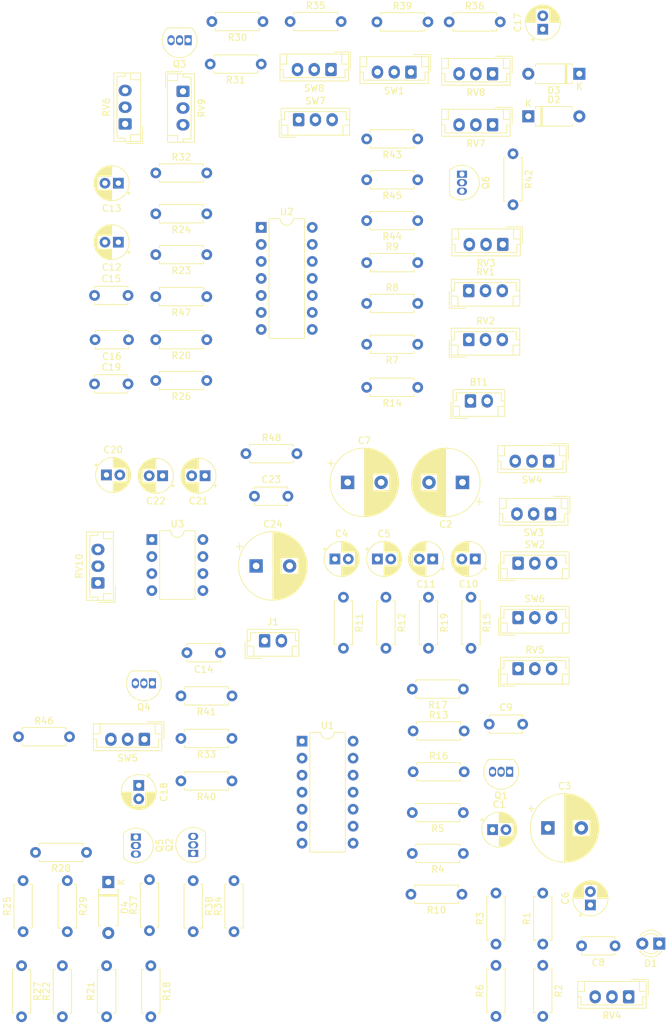
<source format=kicad_pcb>
(kicad_pcb (version 20171130) (host pcbnew "(5.1.10)-1")
  (layers (0 F.Cu signal) (31 B.Cu signal) (34 B.Paste user) (35 F.Paste user) (36 B.SilkS user) (37 F.SilkS user) (38 B.Mask user) (39 F.Mask user) (44 Edge.Cuts user))
  (net 0 "")
  (net 1 BN)
  (net 2 "Net-(BT1-Pad1)")
  (net 3 "Net-(C1-Pad1)")
  (net 4 BP)
  (net 5 "Net-(C3-Pad1)")
  (net 6 VG)
  (net 7 "Net-(C6-Pad1)")
  (net 8 "Net-(C8-Pad2)")
  (net 9 "Net-(C8-Pad1)")
  (net 10 "Net-(C9-Pad1)")
  (net 11 "Net-(C9-Pad2)")
  (net 12 "Net-(C12-Pad2)")
  (net 13 "Net-(C12-Pad1)")
  (net 14 "Net-(C13-Pad1)")
  (net 15 "Net-(C13-Pad2)")
  (net 16 "Net-(C14-Pad1)")
  (net 17 RMP)
  (net 18 "Net-(C15-Pad2)")
  (net 19 "Net-(C15-Pad1)")
  (net 20 A)
  (net 21 "Net-(C16-Pad2)")
  (net 22 "Net-(C17-Pad1)")
  (net 23 "Net-(C18-Pad1)")
  (net 24 "Net-(C19-Pad1)")
  (net 25 "Net-(C21-Pad1)")
  (net 26 "Net-(C22-Pad1)")
  (net 27 "Net-(C22-Pad2)")
  (net 28 "Net-(C23-Pad2)")
  (net 29 "Net-(C23-Pad1)")
  (net 30 "Net-(C24-Pad2)")
  (net 31 "Net-(D1-Pad2)")
  (net 32 "Net-(D2-Pad1)")
  (net 33 "Net-(D2-Pad2)")
  (net 34 "Net-(D3-Pad2)")
  (net 35 "Net-(D4-Pad1)")
  (net 36 "Net-(D4-Pad2)")
  (net 37 "Net-(Q1-Pad1)")
  (net 38 "Net-(Q1-Pad2)")
  (net 39 "Net-(Q3-Pad2)")
  (net 40 "Net-(Q3-Pad1)")
  (net 41 "Net-(Q4-Pad3)")
  (net 42 "Net-(Q5-Pad3)")
  (net 43 AREG)
  (net 44 "Net-(Q6-Pad3)")
  (net 45 "Net-(R1-Pad1)")
  (net 46 "Net-(R4-Pad1)")
  (net 47 "Net-(R7-Pad1)")
  (net 48 "Net-(R14-Pad2)")
  (net 49 "Net-(R8-Pad2)")
  (net 50 "Net-(R9-Pad2)")
  (net 51 "Net-(R18-Pad1)")
  (net 52 "Net-(R21-Pad2)")
  (net 53 "Net-(R21-Pad1)")
  (net 54 "Net-(R30-Pad2)")
  (net 55 "Net-(R33-Pad1)")
  (net 56 "Net-(R34-Pad1)")
  (net 57 "Net-(R36-Pad2)")
  (net 58 "Net-(R40-Pad1)")
  (net 59 "Net-(R43-Pad1)")
  (net 60 "Net-(R43-Pad2)")
  (net 61 SQR)
  (net 62 "Net-(R47-Pad1)")
  (net 63 LFO)
  (net 64 "Net-(RV3-Pad1)")
  (net 65 "Net-(RV5-Pad1)")
  (net 66 "Net-(RV10-Pad2)")
  (module Connector_JST:JST_EH_B3B-EH-A_1x03_P2.50mm_Vertical (layer F.Cu) (at 766.826 272.8468 180)
    (fp_text reference SW1 (at 2.5 -2.8) (layer F.SilkS))
    (fp_text value SW_SPST)
    (pad 1 thru_hole roundrect (at 0 0 180) (size 1.7 1.95) (drill 0.95) (layers *.Cu *.Mask) (roundrect_rratio 0.147059) (net 2 "Net-(BT1-Pad1)"))
    (pad 2 thru_hole oval (at 2.5 0 180) (size 1.7 1.95) (drill 0.95) (layers *.Cu *.Mask) (net 4 BP))
    (pad 3 thru_hole oval (at 5 0 180) (size 1.7 1.95) (drill 0.95) (layers *.Cu *.Mask))
  )
  (module Package_DIP:DIP-14_W7.62mm (layer F.Cu) (at 744.474 296.037)
    (fp_text reference U2 (at 3.81 -2.33) (layer F.SilkS))
    (fp_text value LM324)
    (pad 1 thru_hole rect (at 0 0) (size 1.6 1.6) (drill 0.8) (layers *.Cu *.Mask) (net 20 A))
    (pad 8 thru_hole oval (at 7.62 15.24) (size 1.6 1.6) (drill 0.8) (layers *.Cu *.Mask) (net 38 "Net-(Q1-Pad2)"))
    (pad 2 thru_hole oval (at 0 2.54) (size 1.6 1.6) (drill 0.8) (layers *.Cu *.Mask) (net 18 "Net-(C15-Pad2)"))
    (pad 9 thru_hole oval (at 7.62 12.7) (size 1.6 1.6) (drill 0.8) (layers *.Cu *.Mask) (net 48 "Net-(R14-Pad2)"))
    (pad 3 thru_hole oval (at 0 5.08) (size 1.6 1.6) (drill 0.8) (layers *.Cu *.Mask) (net 6 VG))
    (pad 10 thru_hole oval (at 7.62 10.16) (size 1.6 1.6) (drill 0.8) (layers *.Cu *.Mask) (net 6 VG))
    (pad 4 thru_hole oval (at 0 7.62) (size 1.6 1.6) (drill 0.8) (layers *.Cu *.Mask) (net 4 BP))
    (pad 11 thru_hole oval (at 7.62 7.62) (size 1.6 1.6) (drill 0.8) (layers *.Cu *.Mask) (net 1 BN))
    (pad 5 thru_hole oval (at 0 10.16) (size 1.6 1.6) (drill 0.8) (layers *.Cu *.Mask) (net 58 "Net-(R40-Pad1)"))
    (pad 12 thru_hole oval (at 7.62 5.08) (size 1.6 1.6) (drill 0.8) (layers *.Cu *.Mask) (net 59 "Net-(R43-Pad1)"))
    (pad 6 thru_hole oval (at 0 12.7) (size 1.6 1.6) (drill 0.8) (layers *.Cu *.Mask) (net 23 "Net-(C18-Pad1)"))
    (pad 13 thru_hole oval (at 7.62 2.54) (size 1.6 1.6) (drill 0.8) (layers *.Cu *.Mask) (net 43 AREG))
    (pad 7 thru_hole oval (at 0 15.24) (size 1.6 1.6) (drill 0.8) (layers *.Cu *.Mask) (net 62 "Net-(R47-Pad1)"))
    (pad 14 thru_hole oval (at 7.62 0) (size 1.6 1.6) (drill 0.8) (layers *.Cu *.Mask) (net 60 "Net-(R43-Pad2)"))
  )
  (module Package_DIP:DIP-14_W7.62mm (layer F.Cu) (at 750.57 372.745)
    (fp_text reference U1 (at 3.81 -2.33) (layer F.SilkS))
    (fp_text value LM324)
    (pad 14 thru_hole oval (at 7.62 0) (size 1.6 1.6) (drill 0.8) (layers *.Cu *.Mask) (net 11 "Net-(C9-Pad2)"))
    (pad 7 thru_hole oval (at 0 15.24) (size 1.6 1.6) (drill 0.8) (layers *.Cu *.Mask) (net 36 "Net-(D4-Pad2)"))
    (pad 13 thru_hole oval (at 7.62 2.54) (size 1.6 1.6) (drill 0.8) (layers *.Cu *.Mask) (net 10 "Net-(C9-Pad1)"))
    (pad 6 thru_hole oval (at 0 12.7) (size 1.6 1.6) (drill 0.8) (layers *.Cu *.Mask) (net 56 "Net-(R34-Pad1)"))
    (pad 12 thru_hole oval (at 7.62 5.08) (size 1.6 1.6) (drill 0.8) (layers *.Cu *.Mask) (net 6 VG))
    (pad 5 thru_hole oval (at 0 10.16) (size 1.6 1.6) (drill 0.8) (layers *.Cu *.Mask) (net 55 "Net-(R33-Pad1)"))
    (pad 11 thru_hole oval (at 7.62 7.62) (size 1.6 1.6) (drill 0.8) (layers *.Cu *.Mask) (net 1 BN))
    (pad 4 thru_hole oval (at 0 7.62) (size 1.6 1.6) (drill 0.8) (layers *.Cu *.Mask) (net 4 BP))
    (pad 10 thru_hole oval (at 7.62 10.16) (size 1.6 1.6) (drill 0.8) (layers *.Cu *.Mask) (net 45 "Net-(R1-Pad1)"))
    (pad 3 thru_hole oval (at 0 5.08) (size 1.6 1.6) (drill 0.8) (layers *.Cu *.Mask) (net 6 VG))
    (pad 9 thru_hole oval (at 7.62 12.7) (size 1.6 1.6) (drill 0.8) (layers *.Cu *.Mask) (net 3 "Net-(C1-Pad1)"))
    (pad 2 thru_hole oval (at 0 2.54) (size 1.6 1.6) (drill 0.8) (layers *.Cu *.Mask) (net 16 "Net-(C14-Pad1)"))
    (pad 8 thru_hole oval (at 7.62 15.24) (size 1.6 1.6) (drill 0.8) (layers *.Cu *.Mask) (net 8 "Net-(C8-Pad2)"))
    (pad 1 thru_hole rect (at 0 0) (size 1.6 1.6) (drill 0.8) (layers *.Cu *.Mask) (net 17 RMP))
  )
  (module Connector_JST:JST_EH_B2B-EH-A_1x02_P2.50mm_Vertical (layer F.Cu) (at 775.716 321.945)
    (fp_text reference BT1 (at 1.25 -2.8) (layer F.SilkS))
    (fp_text value 9V)
    (pad 2 thru_hole oval (at 2.5 0) (size 1.7 2) (drill 1) (layers *.Cu *.Mask) (net 1 BN))
    (pad 1 thru_hole roundrect (at 0 0) (size 1.7 2) (drill 1) (layers *.Cu *.Mask) (roundrect_rratio 0.147059) (net 2 "Net-(BT1-Pad1)"))
  )
  (module Capacitor_THT:CP_Radial_D5.0mm_P2.00mm (layer F.Cu) (at 779.018 385.953)
    (fp_text reference C1 (at 1 -3.75) (layer F.SilkS))
    (fp_text value 1uF)
    (pad 2 thru_hole circle (at 2 0) (size 1.6 1.6) (drill 0.8) (layers *.Cu *.Mask) (net 1 BN))
    (pad 1 thru_hole rect (at 0 0) (size 1.6 1.6) (drill 0.8) (layers *.Cu *.Mask) (net 3 "Net-(C1-Pad1)"))
  )
  (module Capacitor_THT:CP_Radial_D10.0mm_P5.00mm (layer F.Cu) (at 774.5222 334.1116 180)
    (fp_text reference C2 (at 2.5 -6.25) (layer F.SilkS))
    (fp_text value 470uF)
    (pad 2 thru_hole circle (at 5 0 180) (size 2 2) (drill 1) (layers *.Cu *.Mask) (net 1 BN))
    (pad 1 thru_hole rect (at 0 0 180) (size 2 2) (drill 1) (layers *.Cu *.Mask) (net 4 BP))
  )
  (module Capacitor_THT:CP_Radial_D10.0mm_P5.00mm (layer F.Cu) (at 787.273 385.699)
    (fp_text reference C3 (at 2.5 -6.25) (layer F.SilkS))
    (fp_text value 470uF)
    (pad 1 thru_hole rect (at 0 0) (size 2 2) (drill 1) (layers *.Cu *.Mask) (net 5 "Net-(C3-Pad1)"))
    (pad 2 thru_hole circle (at 5 0) (size 2 2) (drill 1) (layers *.Cu *.Mask) (net 1 BN))
  )
  (module Capacitor_THT:CP_Radial_D5.0mm_P2.00mm (layer F.Cu) (at 755.4722 345.5416)
    (fp_text reference C4 (at 1 -3.75) (layer F.SilkS))
    (fp_text value 10uF)
    (pad 1 thru_hole rect (at 0 0) (size 1.6 1.6) (drill 0.8) (layers *.Cu *.Mask) (net 4 BP))
    (pad 2 thru_hole circle (at 2 0) (size 1.6 1.6) (drill 0.8) (layers *.Cu *.Mask) (net 6 VG))
  )
  (module Capacitor_THT:CP_Radial_D5.0mm_P2.00mm (layer F.Cu) (at 761.8222 345.5416)
    (fp_text reference C5 (at 1 -3.75) (layer F.SilkS))
    (fp_text value 10uF)
    (pad 1 thru_hole rect (at 0 0) (size 1.6 1.6) (drill 0.8) (layers *.Cu *.Mask) (net 6 VG))
    (pad 2 thru_hole circle (at 2 0) (size 1.6 1.6) (drill 0.8) (layers *.Cu *.Mask) (net 1 BN))
  )
  (module Capacitor_THT:CP_Radial_D5.0mm_P2.00mm (layer F.Cu) (at 793.623 397.2052 90)
    (fp_text reference C6 (at 1 -3.75 90) (layer F.SilkS))
    (fp_text value 1uF)
    (pad 1 thru_hole rect (at 0 0 90) (size 1.6 1.6) (drill 0.8) (layers *.Cu *.Mask) (net 7 "Net-(C6-Pad1)"))
    (pad 2 thru_hole circle (at 2 0 90) (size 1.6 1.6) (drill 0.8) (layers *.Cu *.Mask) (net 1 BN))
  )
  (module Capacitor_THT:CP_Radial_D10.0mm_P5.00mm (layer F.Cu) (at 757.3772 334.1116)
    (fp_text reference C7 (at 2.5 -6.25) (layer F.SilkS))
    (fp_text value 470uF)
    (pad 1 thru_hole rect (at 0 0) (size 2 2) (drill 1) (layers *.Cu *.Mask) (net 6 VG))
    (pad 2 thru_hole circle (at 5 0) (size 2 2) (drill 1) (layers *.Cu *.Mask) (net 1 BN))
  )
  (module Capacitor_THT:C_Disc_D4.7mm_W2.5mm_P5.00mm (layer F.Cu) (at 797.306 403.3012 180)
    (fp_text reference C8 (at 2.5 -2.5) (layer F.SilkS))
    (fp_text value 1nF)
    (pad 2 thru_hole circle (at 5 0 180) (size 1.6 1.6) (drill 0.8) (layers *.Cu *.Mask) (net 8 "Net-(C8-Pad2)"))
    (pad 1 thru_hole circle (at 0 0 180) (size 1.6 1.6) (drill 0.8) (layers *.Cu *.Mask) (net 9 "Net-(C8-Pad1)"))
  )
  (module Capacitor_THT:C_Disc_D4.7mm_W2.5mm_P5.00mm (layer F.Cu) (at 778.51 370.205)
    (fp_text reference C9 (at 2.5 -2.5) (layer F.SilkS))
    (fp_text value 100pF)
    (pad 2 thru_hole circle (at 5 0) (size 1.6 1.6) (drill 0.8) (layers *.Cu *.Mask) (net 11 "Net-(C9-Pad2)"))
    (pad 1 thru_hole circle (at 0 0) (size 1.6 1.6) (drill 0.8) (layers *.Cu *.Mask) (net 10 "Net-(C9-Pad1)"))
  )
  (module Capacitor_THT:CP_Radial_D5.0mm_P2.00mm (layer F.Cu) (at 776.4272 345.5416 180)
    (fp_text reference C10 (at 1 -3.75) (layer F.SilkS))
    (fp_text value 10uF)
    (pad 1 thru_hole rect (at 0 0 180) (size 1.6 1.6) (drill 0.8) (layers *.Cu *.Mask) (net 4 BP))
    (pad 2 thru_hole circle (at 2 0 180) (size 1.6 1.6) (drill 0.8) (layers *.Cu *.Mask) (net 6 VG))
  )
  (module Capacitor_THT:CP_Radial_D5.0mm_P2.00mm (layer F.Cu) (at 770.0772 345.5416 180)
    (fp_text reference C11 (at 1 -3.75) (layer F.SilkS))
    (fp_text value 10uF)
    (pad 2 thru_hole circle (at 2 0 180) (size 1.6 1.6) (drill 0.8) (layers *.Cu *.Mask) (net 1 BN))
    (pad 1 thru_hole rect (at 0 0 180) (size 1.6 1.6) (drill 0.8) (layers *.Cu *.Mask) (net 6 VG))
  )
  (module Capacitor_THT:CP_Radial_D5.0mm_P2.00mm (layer F.Cu) (at 723.138 298.2468 180)
    (fp_text reference C12 (at 1 -3.75) (layer F.SilkS))
    (fp_text value 0.1uF)
    (pad 2 thru_hole circle (at 2 0 180) (size 1.6 1.6) (drill 0.8) (layers *.Cu *.Mask) (net 12 "Net-(C12-Pad2)"))
    (pad 1 thru_hole rect (at 0 0 180) (size 1.6 1.6) (drill 0.8) (layers *.Cu *.Mask) (net 13 "Net-(C12-Pad1)"))
  )
  (module Capacitor_THT:CP_Radial_D5.0mm_P2.00mm (layer F.Cu) (at 723.138 289.433 180)
    (fp_text reference C13 (at 1 -3.75) (layer F.SilkS))
    (fp_text value 0.1uF)
    (pad 1 thru_hole rect (at 0 0 180) (size 1.6 1.6) (drill 0.8) (layers *.Cu *.Mask) (net 14 "Net-(C13-Pad1)"))
    (pad 2 thru_hole circle (at 2 0 180) (size 1.6 1.6) (drill 0.8) (layers *.Cu *.Mask) (net 15 "Net-(C13-Pad2)"))
  )
  (module Capacitor_THT:C_Disc_D4.7mm_W2.5mm_P5.00mm (layer F.Cu) (at 738.378 359.537 180)
    (fp_text reference C14 (at 2.5 -2.5) (layer F.SilkS))
    (fp_text value .001uF)
    (pad 2 thru_hole circle (at 5 0 180) (size 1.6 1.6) (drill 0.8) (layers *.Cu *.Mask) (net 17 RMP))
    (pad 1 thru_hole circle (at 0 0 180) (size 1.6 1.6) (drill 0.8) (layers *.Cu *.Mask) (net 16 "Net-(C14-Pad1)"))
  )
  (module Capacitor_THT:C_Disc_D4.7mm_W2.5mm_P5.00mm (layer F.Cu) (at 719.582 306.197)
    (fp_text reference C15 (at 2.5 -2.5) (layer F.SilkS))
    (fp_text value .001uF)
    (pad 2 thru_hole circle (at 5 0) (size 1.6 1.6) (drill 0.8) (layers *.Cu *.Mask) (net 18 "Net-(C15-Pad2)"))
    (pad 1 thru_hole circle (at 0 0) (size 1.6 1.6) (drill 0.8) (layers *.Cu *.Mask) (net 19 "Net-(C15-Pad1)"))
  )
  (module Capacitor_THT:C_Disc_D4.7mm_W2.5mm_P5.00mm (layer F.Cu) (at 724.662 312.801 180)
    (fp_text reference C16 (at 2.5 -2.5) (layer F.SilkS))
    (fp_text value .001uF)
    (pad 1 thru_hole circle (at 0 0 180) (size 1.6 1.6) (drill 0.8) (layers *.Cu *.Mask) (net 20 A))
    (pad 2 thru_hole circle (at 5 0 180) (size 1.6 1.6) (drill 0.8) (layers *.Cu *.Mask) (net 21 "Net-(C16-Pad2)"))
  )
  (module Capacitor_THT:CP_Radial_D5.0mm_P2.00mm (layer F.Cu) (at 786.511 266.446 90)
    (fp_text reference C17 (at 1 -3.75 90) (layer F.SilkS))
    (fp_text value 4.7uF)
    (pad 2 thru_hole circle (at 2 0 90) (size 1.6 1.6) (drill 0.8) (layers *.Cu *.Mask) (net 1 BN))
    (pad 1 thru_hole rect (at 0 0 90) (size 1.6 1.6) (drill 0.8) (layers *.Cu *.Mask) (net 22 "Net-(C17-Pad1)"))
  )
  (module Capacitor_THT:CP_Radial_D5.0mm_P2.00mm (layer F.Cu) (at 726.186 379.349 270)
    (fp_text reference C18 (at 1 -3.75 90) (layer F.SilkS))
    (fp_text value 0.1uF)
    (pad 2 thru_hole circle (at 2 0 270) (size 1.6 1.6) (drill 0.8) (layers *.Cu *.Mask) (net 1 BN))
    (pad 1 thru_hole rect (at 0 0 270) (size 1.6 1.6) (drill 0.8) (layers *.Cu *.Mask) (net 23 "Net-(C18-Pad1)"))
  )
  (module Capacitor_THT:C_Disc_D4.7mm_W2.5mm_P5.00mm (layer F.Cu) (at 719.582 319.405)
    (fp_text reference C19 (at 2.5 -2.5) (layer F.SilkS))
    (fp_text value 1uF)
    (pad 1 thru_hole circle (at 0 0) (size 1.6 1.6) (drill 0.8) (layers *.Cu *.Mask) (net 24 "Net-(C19-Pad1)"))
    (pad 2 thru_hole circle (at 5 0) (size 1.6 1.6) (drill 0.8) (layers *.Cu *.Mask) (net 20 A))
  )
  (module Capacitor_THT:CP_Radial_D5.0mm_P2.00mm (layer F.Cu) (at 721.36 332.994)
    (fp_text reference C20 (at 1 -3.75) (layer F.SilkS))
    (fp_text value 0.1uF)
    (pad 2 thru_hole circle (at 2 0) (size 1.6 1.6) (drill 0.8) (layers *.Cu *.Mask) (net 1 BN))
    (pad 1 thru_hole rect (at 0 0) (size 1.6 1.6) (drill 0.8) (layers *.Cu *.Mask) (net 4 BP))
  )
  (module Capacitor_THT:CP_Radial_D5.0mm_P2.00mm (layer F.Cu) (at 736.092 333.121 180)
    (fp_text reference C21 (at 1 -3.75) (layer F.SilkS))
    (fp_text value 10uF)
    (pad 2 thru_hole circle (at 2 0 180) (size 1.6 1.6) (drill 0.8) (layers *.Cu *.Mask) (net 1 BN))
    (pad 1 thru_hole rect (at 0 0 180) (size 1.6 1.6) (drill 0.8) (layers *.Cu *.Mask) (net 25 "Net-(C21-Pad1)"))
  )
  (module Capacitor_THT:CP_Radial_D5.0mm_P2.00mm (layer F.Cu) (at 729.742 333.121 180)
    (fp_text reference C22 (at 1 -3.75) (layer F.SilkS))
    (fp_text value 10uF)
    (pad 1 thru_hole rect (at 0 0 180) (size 1.6 1.6) (drill 0.8) (layers *.Cu *.Mask) (net 26 "Net-(C22-Pad1)"))
    (pad 2 thru_hole circle (at 2 0 180) (size 1.6 1.6) (drill 0.8) (layers *.Cu *.Mask) (net 27 "Net-(C22-Pad2)"))
  )
  (module Capacitor_THT:C_Disc_D4.7mm_W2.5mm_P5.00mm (layer F.Cu) (at 743.458 336.169)
    (fp_text reference C23 (at 2.5 -2.5) (layer F.SilkS))
    (fp_text value .047uF)
    (pad 2 thru_hole circle (at 5 0) (size 1.6 1.6) (drill 0.8) (layers *.Cu *.Mask) (net 28 "Net-(C23-Pad2)"))
    (pad 1 thru_hole circle (at 0 0) (size 1.6 1.6) (drill 0.8) (layers *.Cu *.Mask) (net 29 "Net-(C23-Pad1)"))
  )
  (module Capacitor_THT:CP_Radial_D10.0mm_P5.00mm (layer F.Cu) (at 743.712 346.583)
    (fp_text reference C24 (at 2.5 -6.25) (layer F.SilkS))
    (fp_text value 220uF)
    (pad 2 thru_hole circle (at 5 0) (size 2 2) (drill 1) (layers *.Cu *.Mask) (net 30 "Net-(C24-Pad2)"))
    (pad 1 thru_hole rect (at 0 0) (size 2 2) (drill 1) (layers *.Cu *.Mask) (net 29 "Net-(C23-Pad1)"))
  )
  (module LED_THT:LED_D3.0mm (layer F.Cu) (at 803.91 402.971 180)
    (fp_text reference D1 (at 1.27 -2.96) (layer F.SilkS))
    (fp_text value LED)
    (pad 1 thru_hole rect (at 0 0 180) (size 1.8 1.8) (drill 0.9) (layers *.Cu *.Mask) (net 8 "Net-(C8-Pad2)"))
    (pad 2 thru_hole circle (at 2.54 0 180) (size 1.8 1.8) (drill 0.9) (layers *.Cu *.Mask) (net 31 "Net-(D1-Pad2)"))
  )
  (module Diode_THT:D_A-405_P7.62mm_Horizontal (layer F.Cu) (at 784.352 279.4508)
    (fp_text reference D2 (at 3.81 -2.47) (layer F.SilkS))
    (fp_text value D)
    (fp_text user K (at 0 -1.9) (layer F.SilkS))
    (pad 1 thru_hole rect (at 0 0) (size 1.8 1.8) (drill 0.9) (layers *.Cu *.Mask) (net 32 "Net-(D2-Pad1)"))
    (pad 2 thru_hole oval (at 7.62 0) (size 1.8 1.8) (drill 0.9) (layers *.Cu *.Mask) (net 33 "Net-(D2-Pad2)"))
  )
  (module Diode_THT:D_A-405_P7.62mm_Horizontal (layer F.Cu) (at 791.972 273.1008 180)
    (fp_text reference D3 (at 3.81 -2.47) (layer F.SilkS))
    (fp_text value D)
    (fp_text user K (at 0 -1.9) (layer F.SilkS))
    (pad 2 thru_hole oval (at 7.62 0 180) (size 1.8 1.8) (drill 0.9) (layers *.Cu *.Mask) (net 34 "Net-(D3-Pad2)"))
    (pad 1 thru_hole rect (at 0 0 180) (size 1.8 1.8) (drill 0.9) (layers *.Cu *.Mask) (net 33 "Net-(D2-Pad2)"))
  )
  (module Diode_THT:D_A-405_P7.62mm_Horizontal (layer F.Cu) (at 721.6394 393.7762 270)
    (fp_text reference D4 (at 3.81 -2.47 90) (layer F.SilkS))
    (fp_text value D)
    (fp_text user K (at 0 -1.9 90) (layer F.SilkS))
    (pad 2 thru_hole oval (at 7.62 0 270) (size 1.8 1.8) (drill 0.9) (layers *.Cu *.Mask) (net 36 "Net-(D4-Pad2)"))
    (pad 1 thru_hole rect (at 0 0 270) (size 1.8 1.8) (drill 0.9) (layers *.Cu *.Mask) (net 35 "Net-(D4-Pad1)"))
  )
  (module Connector_JST:JST_EH_B2B-EH-A_1x02_P2.50mm_Vertical (layer F.Cu) (at 744.982 357.759)
    (fp_text reference J1 (at 1.25 -2.8) (layer F.SilkS))
    (fp_text value SPKR)
    (pad 1 thru_hole roundrect (at 0 0) (size 1.7 2) (drill 1) (layers *.Cu *.Mask) (roundrect_rratio 0.147059) (net 30 "Net-(C24-Pad2)"))
    (pad 2 thru_hole oval (at 2.5 0) (size 1.7 2) (drill 1) (layers *.Cu *.Mask) (net 1 BN))
  )
  (module Package_TO_SOT_THT:TO-92_Inline (layer F.Cu) (at 781.558 377.317 180)
    (fp_text reference Q1 (at 1.27 -3.56) (layer F.SilkS))
    (fp_text value 2N3904)
    (pad 2 thru_hole oval (at 1.27 0 180) (size 1.05 1.5) (drill 0.75) (layers *.Cu *.Mask) (net 38 "Net-(Q1-Pad2)"))
    (pad 3 thru_hole oval (at 2.54 0 180) (size 1.05 1.5) (drill 0.75) (layers *.Cu *.Mask) (net 10 "Net-(C9-Pad1)"))
    (pad 1 thru_hole rect (at 0 0 180) (size 1.05 1.5) (drill 0.75) (layers *.Cu *.Mask) (net 37 "Net-(Q1-Pad1)"))
  )
  (module Package_TO_SOT_THT:TO-92_Inline (layer F.Cu) (at 734.314 389.509 90)
    (fp_text reference Q2 (at 1.27 -3.56 90) (layer F.SilkS))
    (fp_text value 2N3904)
    (pad 1 thru_hole rect (at 0 0 90) (size 1.05 1.5) (drill 0.75) (layers *.Cu *.Mask) (net 37 "Net-(Q1-Pad1)"))
    (pad 3 thru_hole oval (at 2.54 0 90) (size 1.05 1.5) (drill 0.75) (layers *.Cu *.Mask) (net 16 "Net-(C14-Pad1)"))
    (pad 2 thru_hole oval (at 1.27 0 90) (size 1.05 1.5) (drill 0.75) (layers *.Cu *.Mask) (net 6 VG))
  )
  (module Package_TO_SOT_THT:TO-92_Inline (layer F.Cu) (at 733.552 268.097 180)
    (fp_text reference Q3 (at 1.27 -3.56) (layer F.SilkS))
    (fp_text value 2N3906)
    (pad 2 thru_hole oval (at 1.27 0 180) (size 1.05 1.5) (drill 0.75) (layers *.Cu *.Mask) (net 39 "Net-(Q3-Pad2)"))
    (pad 3 thru_hole oval (at 2.54 0 180) (size 1.05 1.5) (drill 0.75) (layers *.Cu *.Mask) (net 1 BN))
    (pad 1 thru_hole rect (at 0 0 180) (size 1.05 1.5) (drill 0.75) (layers *.Cu *.Mask) (net 40 "Net-(Q3-Pad1)"))
  )
  (module Package_TO_SOT_THT:TO-92_Inline (layer F.Cu) (at 728.218 364.109 180)
    (fp_text reference Q4 (at 1.27 -3.56) (layer F.SilkS))
    (fp_text value 2N5457)
    (pad 2 thru_hole oval (at 1.27 0 180) (size 1.05 1.5) (drill 0.75) (layers *.Cu *.Mask) (net 16 "Net-(C14-Pad1)"))
    (pad 3 thru_hole oval (at 2.54 0 180) (size 1.05 1.5) (drill 0.75) (layers *.Cu *.Mask) (net 41 "Net-(Q4-Pad3)"))
    (pad 1 thru_hole rect (at 0 0 180) (size 1.05 1.5) (drill 0.75) (layers *.Cu *.Mask) (net 17 RMP))
  )
  (module Package_TO_SOT_THT:TO-92_Inline (layer F.Cu) (at 725.7542 387.0706 270)
    (fp_text reference Q5 (at 1.27 -3.56 90) (layer F.SilkS))
    (fp_text value 2N5457)
    (pad 1 thru_hole rect (at 0 0 270) (size 1.05 1.5) (drill 0.75) (layers *.Cu *.Mask) (net 19 "Net-(C15-Pad1)"))
    (pad 3 thru_hole oval (at 2.54 0 270) (size 1.05 1.5) (drill 0.75) (layers *.Cu *.Mask) (net 42 "Net-(Q5-Pad3)"))
    (pad 2 thru_hole oval (at 1.27 0 270) (size 1.05 1.5) (drill 0.75) (layers *.Cu *.Mask) (net 6 VG))
  )
  (module Package_TO_SOT_THT:TO-92_Inline (layer F.Cu) (at 774.446 288.0868 270)
    (fp_text reference Q6 (at 1.27 -3.56 90) (layer F.SilkS))
    (fp_text value 2N5457)
    (pad 2 thru_hole oval (at 1.27 0 270) (size 1.05 1.5) (drill 0.75) (layers *.Cu *.Mask) (net 43 AREG))
    (pad 3 thru_hole oval (at 2.54 0 270) (size 1.05 1.5) (drill 0.75) (layers *.Cu *.Mask) (net 44 "Net-(Q6-Pad3)"))
    (pad 1 thru_hole rect (at 0 0 270) (size 1.05 1.5) (drill 0.75) (layers *.Cu *.Mask) (net 4 BP))
  )
  (module Resistor_THT:R_Axial_DIN0207_L6.3mm_D2.5mm_P7.62mm_Horizontal (layer F.Cu) (at 786.511 403.0472 90)
    (fp_text reference R1 (at 3.81 -2.37 90) (layer F.SilkS))
    (fp_text value 100k)
    (pad 2 thru_hole oval (at 7.62 0 90) (size 1.6 1.6) (drill 0.8) (layers *.Cu *.Mask) (net 4 BP))
    (pad 1 thru_hole circle (at 0 0 90) (size 1.6 1.6) (drill 0.8) (layers *.Cu *.Mask) (net 45 "Net-(R1-Pad1)"))
  )
  (module Resistor_THT:R_Axial_DIN0207_L6.3mm_D2.5mm_P7.62mm_Horizontal (layer F.Cu) (at 786.511 406.2222 270)
    (fp_text reference R2 (at 3.81 -2.37 90) (layer F.SilkS))
    (fp_text value 100k)
    (pad 1 thru_hole circle (at 0 0 270) (size 1.6 1.6) (drill 0.8) (layers *.Cu *.Mask) (net 45 "Net-(R1-Pad1)"))
    (pad 2 thru_hole oval (at 7.62 0 270) (size 1.6 1.6) (drill 0.8) (layers *.Cu *.Mask) (net 1 BN))
  )
  (module Resistor_THT:R_Axial_DIN0207_L6.3mm_D2.5mm_P7.62mm_Horizontal (layer F.Cu) (at 779.526 403.0472 90)
    (fp_text reference R3 (at 3.81 -2.37 90) (layer F.SilkS))
    (fp_text value 3k)
    (pad 1 thru_hole circle (at 0 0 90) (size 1.6 1.6) (drill 0.8) (layers *.Cu *.Mask) (net 5 "Net-(C3-Pad1)"))
    (pad 2 thru_hole oval (at 7.62 0 90) (size 1.6 1.6) (drill 0.8) (layers *.Cu *.Mask) (net 4 BP))
  )
  (module Resistor_THT:R_Axial_DIN0207_L6.3mm_D2.5mm_P7.62mm_Horizontal (layer F.Cu) (at 774.6492 389.509 180)
    (fp_text reference R4 (at 3.81 -2.37) (layer F.SilkS))
    (fp_text value 3k)
    (pad 2 thru_hole oval (at 7.62 0 180) (size 1.6 1.6) (drill 0.8) (layers *.Cu *.Mask) (net 3 "Net-(C1-Pad1)"))
    (pad 1 thru_hole circle (at 0 0 180) (size 1.6 1.6) (drill 0.8) (layers *.Cu *.Mask) (net 46 "Net-(R4-Pad1)"))
  )
  (module Resistor_THT:R_Axial_DIN0207_L6.3mm_D2.5mm_P7.62mm_Horizontal (layer F.Cu) (at 774.6492 383.413 180)
    (fp_text reference R5 (at 3.81 -2.37) (layer F.SilkS))
    (fp_text value 100k)
    (pad 2 thru_hole oval (at 7.62 0 180) (size 1.6 1.6) (drill 0.8) (layers *.Cu *.Mask) (net 45 "Net-(R1-Pad1)"))
    (pad 1 thru_hole circle (at 0 0 180) (size 1.6 1.6) (drill 0.8) (layers *.Cu *.Mask) (net 8 "Net-(C8-Pad2)"))
  )
  (module Resistor_THT:R_Axial_DIN0207_L6.3mm_D2.5mm_P7.62mm_Horizontal (layer F.Cu) (at 779.526 413.8422 90)
    (fp_text reference R6 (at 3.81 -2.37 90) (layer F.SilkS))
    (fp_text value 3k)
    (pad 1 thru_hole circle (at 0 0 90) (size 1.6 1.6) (drill 0.8) (layers *.Cu *.Mask) (net 31 "Net-(D1-Pad2)"))
    (pad 2 thru_hole oval (at 7.62 0 90) (size 1.6 1.6) (drill 0.8) (layers *.Cu *.Mask) (net 5 "Net-(C3-Pad1)"))
  )
  (module Resistor_THT:R_Axial_DIN0207_L6.3mm_D2.5mm_P7.62mm_Horizontal (layer F.Cu) (at 767.842 313.4868 180)
    (fp_text reference R7 (at 3.81 -2.37) (layer F.SilkS))
    (fp_text value 47k)
    (pad 2 thru_hole oval (at 7.62 0 180) (size 1.6 1.6) (drill 0.8) (layers *.Cu *.Mask) (net 48 "Net-(R14-Pad2)"))
    (pad 1 thru_hole circle (at 0 0 180) (size 1.6 1.6) (drill 0.8) (layers *.Cu *.Mask) (net 47 "Net-(R7-Pad1)"))
  )
  (module Resistor_THT:R_Axial_DIN0207_L6.3mm_D2.5mm_P7.62mm_Horizontal (layer F.Cu) (at 760.222 307.3908)
    (fp_text reference R8 (at 3.81 -2.37) (layer F.SilkS))
    (fp_text value 100k)
    (pad 1 thru_hole circle (at 0 0) (size 1.6 1.6) (drill 0.8) (layers *.Cu *.Mask) (net 48 "Net-(R14-Pad2)"))
    (pad 2 thru_hole oval (at 7.62 0) (size 1.6 1.6) (drill 0.8) (layers *.Cu *.Mask) (net 49 "Net-(R8-Pad2)"))
  )
  (module Resistor_THT:R_Axial_DIN0207_L6.3mm_D2.5mm_P7.62mm_Horizontal (layer F.Cu) (at 760.222 301.2948)
    (fp_text reference R9 (at 3.81 -2.37) (layer F.SilkS))
    (fp_text value 36k)
    (pad 2 thru_hole oval (at 7.62 0) (size 1.6 1.6) (drill 0.8) (layers *.Cu *.Mask) (net 50 "Net-(R9-Pad2)"))
    (pad 1 thru_hole circle (at 0 0) (size 1.6 1.6) (drill 0.8) (layers *.Cu *.Mask) (net 48 "Net-(R14-Pad2)"))
  )
  (module Resistor_THT:R_Axial_DIN0207_L6.3mm_D2.5mm_P7.62mm_Horizontal (layer F.Cu) (at 774.446 395.605 180)
    (fp_text reference R10 (at 3.81 -2.37) (layer F.SilkS))
    (fp_text value 20k)
    (pad 2 thru_hole oval (at 7.62 0 180) (size 1.6 1.6) (drill 0.8) (layers *.Cu *.Mask) (net 8 "Net-(C8-Pad2)"))
    (pad 1 thru_hole circle (at 0 0 180) (size 1.6 1.6) (drill 0.8) (layers *.Cu *.Mask) (net 7 "Net-(C6-Pad1)"))
  )
  (module Resistor_THT:R_Axial_DIN0207_L6.3mm_D2.5mm_P7.62mm_Horizontal (layer F.Cu) (at 756.7422 351.2566 270)
    (fp_text reference R11 (at 3.81 -2.37 90) (layer F.SilkS))
    (fp_text value 4.7k)
    (pad 1 thru_hole circle (at 0 0 270) (size 1.6 1.6) (drill 0.8) (layers *.Cu *.Mask) (net 4 BP))
    (pad 2 thru_hole oval (at 7.62 0 270) (size 1.6 1.6) (drill 0.8) (layers *.Cu *.Mask) (net 6 VG))
  )
  (module Resistor_THT:R_Axial_DIN0207_L6.3mm_D2.5mm_P7.62mm_Horizontal (layer F.Cu) (at 763.0922 351.2566 270)
    (fp_text reference R12 (at 3.81 -2.37 90) (layer F.SilkS))
    (fp_text value 4.7k)
    (pad 1 thru_hole circle (at 0 0 270) (size 1.6 1.6) (drill 0.8) (layers *.Cu *.Mask) (net 1 BN))
    (pad 2 thru_hole oval (at 7.62 0 270) (size 1.6 1.6) (drill 0.8) (layers *.Cu *.Mask) (net 6 VG))
  )
  (module Resistor_THT:R_Axial_DIN0207_L6.3mm_D2.5mm_P7.62mm_Horizontal (layer F.Cu) (at 767.1562 371.221)
    (fp_text reference R13 (at 3.81 -2.37) (layer F.SilkS))
    (fp_text value 270k)
    (pad 1 thru_hole circle (at 0 0) (size 1.6 1.6) (drill 0.8) (layers *.Cu *.Mask) (net 38 "Net-(Q1-Pad2)"))
    (pad 2 thru_hole oval (at 7.62 0) (size 1.6 1.6) (drill 0.8) (layers *.Cu *.Mask) (net 4 BP))
  )
  (module Resistor_THT:R_Axial_DIN0207_L6.3mm_D2.5mm_P7.62mm_Horizontal (layer F.Cu) (at 767.842 319.913 180)
    (fp_text reference R14 (at 3.81 -2.37) (layer F.SilkS))
    (fp_text value 2k)
    (pad 2 thru_hole oval (at 7.62 0 180) (size 1.6 1.6) (drill 0.8) (layers *.Cu *.Mask) (net 48 "Net-(R14-Pad2)"))
    (pad 1 thru_hole circle (at 0 0 180) (size 1.6 1.6) (drill 0.8) (layers *.Cu *.Mask) (net 38 "Net-(Q1-Pad2)"))
  )
  (module Resistor_THT:R_Axial_DIN0207_L6.3mm_D2.5mm_P7.62mm_Horizontal (layer F.Cu) (at 775.7922 351.2566 270)
    (fp_text reference R15 (at 3.81 -2.37 90) (layer F.SilkS))
    (fp_text value 4.7k)
    (pad 1 thru_hole circle (at 0 0 270) (size 1.6 1.6) (drill 0.8) (layers *.Cu *.Mask) (net 4 BP))
    (pad 2 thru_hole oval (at 7.62 0 270) (size 1.6 1.6) (drill 0.8) (layers *.Cu *.Mask) (net 6 VG))
  )
  (module Resistor_THT:R_Axial_DIN0207_L6.3mm_D2.5mm_P7.62mm_Horizontal (layer F.Cu) (at 767.1562 377.317)
    (fp_text reference R16 (at 3.81 -2.37) (layer F.SilkS))
    (fp_text value 2M)
    (pad 2 thru_hole oval (at 7.62 0) (size 1.6 1.6) (drill 0.8) (layers *.Cu *.Mask) (net 4 BP))
    (pad 1 thru_hole circle (at 0 0) (size 1.6 1.6) (drill 0.8) (layers *.Cu *.Mask) (net 10 "Net-(C9-Pad1)"))
  )
  (module Resistor_THT:R_Axial_DIN0207_L6.3mm_D2.5mm_P7.62mm_Horizontal (layer F.Cu) (at 774.6492 364.9726 180)
    (fp_text reference R17 (at 3.81 -2.37) (layer F.SilkS))
    (fp_text value 10k)
    (pad 1 thru_hole circle (at 0 0 180) (size 1.6 1.6) (drill 0.8) (layers *.Cu *.Mask) (net 37 "Net-(Q1-Pad1)"))
    (pad 2 thru_hole oval (at 7.62 0 180) (size 1.6 1.6) (drill 0.8) (layers *.Cu *.Mask) (net 11 "Net-(C9-Pad2)"))
  )
  (module Resistor_THT:R_Axial_DIN0207_L6.3mm_D2.5mm_P7.62mm_Horizontal (layer F.Cu) (at 727.9894 406.273 270)
    (fp_text reference R18 (at 3.81 -2.37 90) (layer F.SilkS))
    (fp_text value 27k)
    (pad 2 thru_hole oval (at 7.62 0 270) (size 1.6 1.6) (drill 0.8) (layers *.Cu *.Mask) (net 1 BN))
    (pad 1 thru_hole circle (at 0 0 270) (size 1.6 1.6) (drill 0.8) (layers *.Cu *.Mask) (net 51 "Net-(R18-Pad1)"))
  )
  (module Resistor_THT:R_Axial_DIN0207_L6.3mm_D2.5mm_P7.62mm_Horizontal (layer F.Cu) (at 769.4422 351.2566 270)
    (fp_text reference R19 (at 3.81 -2.37 90) (layer F.SilkS))
    (fp_text value 4.7k)
    (pad 2 thru_hole oval (at 7.62 0 270) (size 1.6 1.6) (drill 0.8) (layers *.Cu *.Mask) (net 6 VG))
    (pad 1 thru_hole circle (at 0 0 270) (size 1.6 1.6) (drill 0.8) (layers *.Cu *.Mask) (net 1 BN))
  )
  (module Resistor_THT:R_Axial_DIN0207_L6.3mm_D2.5mm_P7.62mm_Horizontal (layer F.Cu) (at 736.346 312.801 180)
    (fp_text reference R20 (at 3.81 -2.37) (layer F.SilkS))
    (fp_text value 47k)
    (pad 1 thru_hole circle (at 0 0 180) (size 1.6 1.6) (drill 0.8) (layers *.Cu *.Mask) (net 6 VG))
    (pad 2 thru_hole oval (at 7.62 0 180) (size 1.6 1.6) (drill 0.8) (layers *.Cu *.Mask) (net 15 "Net-(C13-Pad2)"))
  )
  (module Resistor_THT:R_Axial_DIN0207_L6.3mm_D2.5mm_P7.62mm_Horizontal (layer F.Cu) (at 721.3854 413.893 90)
    (fp_text reference R21 (at 3.81 -2.37 90) (layer F.SilkS))
    (fp_text value 39k)
    (pad 2 thru_hole oval (at 7.62 0 90) (size 1.6 1.6) (drill 0.8) (layers *.Cu *.Mask) (net 52 "Net-(R21-Pad2)"))
    (pad 1 thru_hole circle (at 0 0 90) (size 1.6 1.6) (drill 0.8) (layers *.Cu *.Mask) (net 53 "Net-(R21-Pad1)"))
  )
  (module Resistor_THT:R_Axial_DIN0207_L6.3mm_D2.5mm_P7.62mm_Horizontal (layer F.Cu) (at 714.7814 413.893 90)
    (fp_text reference R22 (at 3.81 -2.37 90) (layer F.SilkS))
    (fp_text value 100k)
    (pad 2 thru_hole oval (at 7.62 0 90) (size 1.6 1.6) (drill 0.8) (layers *.Cu *.Mask) (net 4 BP))
    (pad 1 thru_hole circle (at 0 0 90) (size 1.6 1.6) (drill 0.8) (layers *.Cu *.Mask) (net 53 "Net-(R21-Pad1)"))
  )
  (module Resistor_THT:R_Axial_DIN0207_L6.3mm_D2.5mm_P7.62mm_Horizontal (layer F.Cu) (at 736.346 300.101 180)
    (fp_text reference R23 (at 3.81 -2.37) (layer F.SilkS))
    (fp_text value 4.7M)
    (pad 1 thru_hole circle (at 0 0 180) (size 1.6 1.6) (drill 0.8) (layers *.Cu *.Mask) (net 18 "Net-(C15-Pad2)"))
    (pad 2 thru_hole oval (at 7.62 0 180) (size 1.6 1.6) (drill 0.8) (layers *.Cu *.Mask) (net 13 "Net-(C12-Pad1)"))
  )
  (module Resistor_THT:R_Axial_DIN0207_L6.3mm_D2.5mm_P7.62mm_Horizontal (layer F.Cu) (at 736.346 294.005 180)
    (fp_text reference R24 (at 3.81 -2.37) (layer F.SilkS))
    (fp_text value 3M)
    (pad 2 thru_hole oval (at 7.62 0 180) (size 1.6 1.6) (drill 0.8) (layers *.Cu *.Mask) (net 14 "Net-(C13-Pad1)"))
    (pad 1 thru_hole circle (at 0 0 180) (size 1.6 1.6) (drill 0.8) (layers *.Cu *.Mask) (net 18 "Net-(C15-Pad2)"))
  )
  (module Resistor_THT:R_Axial_DIN0207_L6.3mm_D2.5mm_P7.62mm_Horizontal (layer F.Cu) (at 708.914 401.193 90)
    (fp_text reference R25 (at 3.81 -2.37 90) (layer F.SilkS))
    (fp_text value 2M)
    (pad 1 thru_hole circle (at 0 0 90) (size 1.6 1.6) (drill 0.8) (layers *.Cu *.Mask) (net 41 "Net-(Q4-Pad3)"))
    (pad 2 thru_hole oval (at 7.62 0 90) (size 1.6 1.6) (drill 0.8) (layers *.Cu *.Mask) (net 1 BN))
  )
  (module Resistor_THT:R_Axial_DIN0207_L6.3mm_D2.5mm_P7.62mm_Horizontal (layer F.Cu) (at 736.346 318.897 180)
    (fp_text reference R26 (at 3.81 -2.37) (layer F.SilkS))
    (fp_text value 47k)
    (pad 2 thru_hole oval (at 7.62 0 180) (size 1.6 1.6) (drill 0.8) (layers *.Cu *.Mask) (net 12 "Net-(C12-Pad2)"))
    (pad 1 thru_hole circle (at 0 0 180) (size 1.6 1.6) (drill 0.8) (layers *.Cu *.Mask) (net 6 VG))
  )
  (module Resistor_THT:R_Axial_DIN0207_L6.3mm_D2.5mm_P7.62mm_Horizontal (layer F.Cu) (at 708.6854 406.273 270)
    (fp_text reference R27 (at 3.81 -2.37 90) (layer F.SilkS))
    (fp_text value 39k)
    (pad 1 thru_hole circle (at 0 0 270) (size 1.6 1.6) (drill 0.8) (layers *.Cu *.Mask) (net 42 "Net-(Q5-Pad3)"))
    (pad 2 thru_hole oval (at 7.62 0 270) (size 1.6 1.6) (drill 0.8) (layers *.Cu *.Mask) (net 53 "Net-(R21-Pad1)"))
  )
  (module Resistor_THT:R_Axial_DIN0207_L6.3mm_D2.5mm_P7.62mm_Horizontal (layer F.Cu) (at 718.3882 389.3566 180)
    (fp_text reference R28 (at 3.81 -2.37) (layer F.SilkS))
    (fp_text value 100k)
    (pad 2 thru_hole oval (at 7.62 0 180) (size 1.6 1.6) (drill 0.8) (layers *.Cu *.Mask) (net 1 BN))
    (pad 1 thru_hole circle (at 0 0 180) (size 1.6 1.6) (drill 0.8) (layers *.Cu *.Mask) (net 42 "Net-(Q5-Pad3)"))
  )
  (module Resistor_THT:R_Axial_DIN0207_L6.3mm_D2.5mm_P7.62mm_Horizontal (layer F.Cu) (at 715.518 393.573 270)
    (fp_text reference R29 (at 3.81 -2.37 90) (layer F.SilkS))
    (fp_text value 10k)
    (pad 2 thru_hole oval (at 7.62 0 270) (size 1.6 1.6) (drill 0.8) (layers *.Cu *.Mask) (net 41 "Net-(Q4-Pad3)"))
    (pad 1 thru_hole circle (at 0 0 270) (size 1.6 1.6) (drill 0.8) (layers *.Cu *.Mask) (net 35 "Net-(D4-Pad1)"))
  )
  (module Resistor_THT:R_Axial_DIN0207_L6.3mm_D2.5mm_P7.62mm_Horizontal (layer F.Cu) (at 744.728 265.303 180)
    (fp_text reference R30 (at 3.81 -2.37) (layer F.SilkS))
    (fp_text value 200)
    (pad 1 thru_hole circle (at 0 0 180) (size 1.6 1.6) (drill 0.8) (layers *.Cu *.Mask) (net 40 "Net-(Q3-Pad1)"))
    (pad 2 thru_hole oval (at 7.62 0 180) (size 1.6 1.6) (drill 0.8) (layers *.Cu *.Mask) (net 54 "Net-(R30-Pad2)"))
  )
  (module Resistor_THT:R_Axial_DIN0207_L6.3mm_D2.5mm_P7.62mm_Horizontal (layer F.Cu) (at 744.474 271.653 180)
    (fp_text reference R31 (at 3.81 -2.37) (layer F.SilkS))
    (fp_text value 10k)
    (pad 2 thru_hole oval (at 7.62 0 180) (size 1.6 1.6) (drill 0.8) (layers *.Cu *.Mask) (net 54 "Net-(R30-Pad2)"))
    (pad 1 thru_hole circle (at 0 0 180) (size 1.6 1.6) (drill 0.8) (layers *.Cu *.Mask) (net 39 "Net-(Q3-Pad2)"))
  )
  (module Resistor_THT:R_Axial_DIN0207_L6.3mm_D2.5mm_P7.62mm_Horizontal (layer F.Cu) (at 728.726 287.909)
    (fp_text reference R32 (at 3.81 -2.37) (layer F.SilkS))
    (fp_text value 4.7M)
    (pad 2 thru_hole oval (at 7.62 0) (size 1.6 1.6) (drill 0.8) (layers *.Cu *.Mask) (net 18 "Net-(C15-Pad2)"))
    (pad 1 thru_hole circle (at 0 0) (size 1.6 1.6) (drill 0.8) (layers *.Cu *.Mask) (net 20 A))
  )
  (module Resistor_THT:R_Axial_DIN0207_L6.3mm_D2.5mm_P7.62mm_Horizontal (layer F.Cu) (at 740.1052 372.3386 180)
    (fp_text reference R33 (at 3.81 -2.37) (layer F.SilkS))
    (fp_text value 10k)
    (pad 1 thru_hole circle (at 0 0 180) (size 1.6 1.6) (drill 0.8) (layers *.Cu *.Mask) (net 55 "Net-(R33-Pad1)"))
    (pad 2 thru_hole oval (at 7.62 0 180) (size 1.6 1.6) (drill 0.8) (layers *.Cu *.Mask) (net 17 RMP))
  )
  (module Resistor_THT:R_Axial_DIN0207_L6.3mm_D2.5mm_P7.62mm_Horizontal (layer F.Cu) (at 740.41 401.193 90)
    (fp_text reference R34 (at 3.81 -2.37 90) (layer F.SilkS))
    (fp_text value 47k)
    (pad 1 thru_hole circle (at 0 0 90) (size 1.6 1.6) (drill 0.8) (layers *.Cu *.Mask) (net 56 "Net-(R34-Pad1)"))
    (pad 2 thru_hole oval (at 7.62 0 90) (size 1.6 1.6) (drill 0.8) (layers *.Cu *.Mask) (net 4 BP))
  )
  (module Resistor_THT:R_Axial_DIN0207_L6.3mm_D2.5mm_P7.62mm_Horizontal (layer F.Cu) (at 748.792 265.303)
    (fp_text reference R35 (at 3.81 -2.37) (layer F.SilkS))
    (fp_text value 10k)
    (pad 1 thru_hole circle (at 0 0) (size 1.6 1.6) (drill 0.8) (layers *.Cu *.Mask) (net 54 "Net-(R30-Pad2)"))
    (pad 2 thru_hole oval (at 7.62 0) (size 1.6 1.6) (drill 0.8) (layers *.Cu *.Mask) (net 1 BN))
  )
  (module Resistor_THT:R_Axial_DIN0207_L6.3mm_D2.5mm_P7.62mm_Horizontal (layer F.Cu) (at 772.541 265.3538)
    (fp_text reference R36 (at 3.81 -2.37) (layer F.SilkS))
    (fp_text value 820)
    (pad 1 thru_hole circle (at 0 0) (size 1.6 1.6) (drill 0.8) (layers *.Cu *.Mask) (net 22 "Net-(C17-Pad1)"))
    (pad 2 thru_hole oval (at 7.62 0) (size 1.6 1.6) (drill 0.8) (layers *.Cu *.Mask) (net 57 "Net-(R36-Pad2)"))
  )
  (module Resistor_THT:R_Axial_DIN0207_L6.3mm_D2.5mm_P7.62mm_Horizontal (layer F.Cu) (at 727.7862 401.0406 90)
    (fp_text reference R37 (at 3.81 -2.37 90) (layer F.SilkS))
    (fp_text value 300k)
    (pad 2 thru_hole oval (at 7.62 0 90) (size 1.6 1.6) (drill 0.8) (layers *.Cu *.Mask) (net 55 "Net-(R33-Pad1)"))
    (pad 1 thru_hole circle (at 0 0 90) (size 1.6 1.6) (drill 0.8) (layers *.Cu *.Mask) (net 36 "Net-(D4-Pad2)"))
  )
  (module Resistor_THT:R_Axial_DIN0207_L6.3mm_D2.5mm_P7.62mm_Horizontal (layer F.Cu) (at 734.314 393.573 270)
    (fp_text reference R38 (at 3.81 -2.37 90) (layer F.SilkS))
    (fp_text value 82k)
    (pad 1 thru_hole circle (at 0 0 270) (size 1.6 1.6) (drill 0.8) (layers *.Cu *.Mask) (net 1 BN))
    (pad 2 thru_hole oval (at 7.62 0 270) (size 1.6 1.6) (drill 0.8) (layers *.Cu *.Mask) (net 56 "Net-(R34-Pad1)"))
  )
  (module Resistor_THT:R_Axial_DIN0207_L6.3mm_D2.5mm_P7.62mm_Horizontal (layer F.Cu) (at 761.746 265.3538)
    (fp_text reference R39 (at 3.81 -2.37) (layer F.SilkS))
    (fp_text value 10k)
    (pad 2 thru_hole oval (at 7.62 0) (size 1.6 1.6) (drill 0.8) (layers *.Cu *.Mask) (net 22 "Net-(C17-Pad1)"))
    (pad 1 thru_hole circle (at 0 0) (size 1.6 1.6) (drill 0.8) (layers *.Cu *.Mask) (net 44 "Net-(Q6-Pad3)"))
  )
  (module Resistor_THT:R_Axial_DIN0207_L6.3mm_D2.5mm_P7.62mm_Horizontal (layer F.Cu) (at 740.1052 378.6886 180)
    (fp_text reference R40 (at 3.81 -2.37) (layer F.SilkS))
    (fp_text value 10K)
    (pad 2 thru_hole oval (at 7.62 0 180) (size 1.6 1.6) (drill 0.8) (layers *.Cu *.Mask) (net 17 RMP))
    (pad 1 thru_hole circle (at 0 0 180) (size 1.6 1.6) (drill 0.8) (layers *.Cu *.Mask) (net 58 "Net-(R40-Pad1)"))
  )
  (module Resistor_THT:R_Axial_DIN0207_L6.3mm_D2.5mm_P7.62mm_Horizontal (layer F.Cu) (at 740.1052 365.9886 180)
    (fp_text reference R41 (at 3.81 -2.37) (layer F.SilkS))
    (fp_text value 2M)
    (pad 1 thru_hole circle (at 0 0 180) (size 1.6 1.6) (drill 0.8) (layers *.Cu *.Mask) (net 23 "Net-(C18-Pad1)"))
    (pad 2 thru_hole oval (at 7.62 0 180) (size 1.6 1.6) (drill 0.8) (layers *.Cu *.Mask) (net 17 RMP))
  )
  (module Resistor_THT:R_Axial_DIN0207_L6.3mm_D2.5mm_P7.62mm_Horizontal (layer F.Cu) (at 782.066 285.0388 270)
    (fp_text reference R42 (at 3.81 -2.37 90) (layer F.SilkS))
    (fp_text value 4.7k)
    (pad 1 thru_hole circle (at 0 0 270) (size 1.6 1.6) (drill 0.8) (layers *.Cu *.Mask) (net 1 BN))
    (pad 2 thru_hole oval (at 7.62 0 270) (size 1.6 1.6) (drill 0.8) (layers *.Cu *.Mask) (net 43 AREG))
  )
  (module Resistor_THT:R_Axial_DIN0207_L6.3mm_D2.5mm_P7.62mm_Horizontal (layer F.Cu) (at 767.842 282.829 180)
    (fp_text reference R43 (at 3.81 -2.37) (layer F.SilkS))
    (fp_text value 100k)
    (pad 1 thru_hole circle (at 0 0 180) (size 1.6 1.6) (drill 0.8) (layers *.Cu *.Mask) (net 59 "Net-(R43-Pad1)"))
    (pad 2 thru_hole oval (at 7.62 0 180) (size 1.6 1.6) (drill 0.8) (layers *.Cu *.Mask) (net 60 "Net-(R43-Pad2)"))
  )
  (module Resistor_THT:R_Axial_DIN0207_L6.3mm_D2.5mm_P7.62mm_Horizontal (layer F.Cu) (at 767.842 295.021 180)
    (fp_text reference R44 (at 3.81 -2.37) (layer F.SilkS))
    (fp_text value 150k)
    (pad 1 thru_hole circle (at 0 0 180) (size 1.6 1.6) (drill 0.8) (layers *.Cu *.Mask) (net 59 "Net-(R43-Pad1)"))
    (pad 2 thru_hole oval (at 7.62 0 180) (size 1.6 1.6) (drill 0.8) (layers *.Cu *.Mask) (net 4 BP))
  )
  (module Resistor_THT:R_Axial_DIN0207_L6.3mm_D2.5mm_P7.62mm_Horizontal (layer F.Cu) (at 767.842 288.925 180)
    (fp_text reference R45 (at 3.81 -2.37) (layer F.SilkS))
    (fp_text value 150k)
    (pad 2 thru_hole oval (at 7.62 0 180) (size 1.6 1.6) (drill 0.8) (layers *.Cu *.Mask) (net 1 BN))
    (pad 1 thru_hole circle (at 0 0 180) (size 1.6 1.6) (drill 0.8) (layers *.Cu *.Mask) (net 59 "Net-(R43-Pad1)"))
  )
  (module Resistor_THT:R_Axial_DIN0207_L6.3mm_D2.5mm_P7.62mm_Horizontal (layer F.Cu) (at 708.2282 372.0846)
    (fp_text reference R46 (at 3.81 -2.37) (layer F.SilkS))
    (fp_text value 10K)
    (pad 2 thru_hole oval (at 7.62 0) (size 1.6 1.6) (drill 0.8) (layers *.Cu *.Mask) (net 61 SQR))
    (pad 1 thru_hole circle (at 0 0) (size 1.6 1.6) (drill 0.8) (layers *.Cu *.Mask) (net 6 VG))
  )
  (module Resistor_THT:R_Axial_DIN0207_L6.3mm_D2.5mm_P7.62mm_Horizontal (layer F.Cu) (at 736.346 306.3748 180)
    (fp_text reference R47 (at 3.81 -2.37) (layer F.SilkS))
    (fp_text value 10K)
    (pad 1 thru_hole circle (at 0 0 180) (size 1.6 1.6) (drill 0.8) (layers *.Cu *.Mask) (net 62 "Net-(R47-Pad1)"))
    (pad 2 thru_hole oval (at 7.62 0 180) (size 1.6 1.6) (drill 0.8) (layers *.Cu *.Mask) (net 61 SQR))
  )
  (module Resistor_THT:R_Axial_DIN0207_L6.3mm_D2.5mm_P7.62mm_Horizontal (layer F.Cu) (at 742.188 329.819)
    (fp_text reference R48 (at 3.81 -2.37) (layer F.SilkS))
    (fp_text value 10)
    (pad 1 thru_hole circle (at 0 0) (size 1.6 1.6) (drill 0.8) (layers *.Cu *.Mask) (net 1 BN))
    (pad 2 thru_hole oval (at 7.62 0) (size 1.6 1.6) (drill 0.8) (layers *.Cu *.Mask) (net 28 "Net-(C23-Pad2)"))
  )
  (module Connector_JST:JST_EH_B3B-EH-A_1x03_P2.50mm_Vertical (layer F.Cu) (at 775.462 305.4858)
    (fp_text reference RV1 (at 2.5 -2.8) (layer F.SilkS))
    (fp_text value 100k)
    (pad 3 thru_hole oval (at 5 0) (size 1.7 1.95) (drill 0.95) (layers *.Cu *.Mask) (net 1 BN))
    (pad 2 thru_hole oval (at 2.5 0) (size 1.7 1.95) (drill 0.95) (layers *.Cu *.Mask) (net 47 "Net-(R7-Pad1)"))
    (pad 1 thru_hole roundrect (at 0 0) (size 1.7 1.95) (drill 0.95) (layers *.Cu *.Mask) (roundrect_rratio 0.147059) (net 4 BP))
  )
  (module Connector_JST:JST_EH_B3B-EH-A_1x03_P2.50mm_Vertical (layer F.Cu) (at 775.462 312.801)
    (fp_text reference RV2 (at 2.5 -2.8) (layer F.SilkS))
    (fp_text value 100k)
    (pad 1 thru_hole roundrect (at 0 0) (size 1.7 1.95) (drill 0.95) (layers *.Cu *.Mask) (roundrect_rratio 0.147059) (net 63 LFO))
    (pad 2 thru_hole oval (at 2.5 0) (size 1.7 1.95) (drill 0.95) (layers *.Cu *.Mask) (net 49 "Net-(R8-Pad2)"))
    (pad 3 thru_hole oval (at 5 0) (size 1.7 1.95) (drill 0.95) (layers *.Cu *.Mask) (net 1 BN))
  )
  (module Connector_JST:JST_EH_B3B-EH-A_1x03_P2.50mm_Vertical (layer F.Cu) (at 780.542 298.577 180)
    (fp_text reference RV3 (at 2.5 -2.8) (layer F.SilkS))
    (fp_text value 100k)
    (pad 1 thru_hole roundrect (at 0 0 180) (size 1.7 1.95) (drill 0.95) (layers *.Cu *.Mask) (roundrect_rratio 0.147059) (net 64 "Net-(RV3-Pad1)"))
    (pad 2 thru_hole oval (at 2.5 0 180) (size 1.7 1.95) (drill 0.95) (layers *.Cu *.Mask) (net 50 "Net-(R9-Pad2)"))
    (pad 3 thru_hole oval (at 5 0 180) (size 1.7 1.95) (drill 0.95) (layers *.Cu *.Mask) (net 6 VG))
  )
  (module Connector_JST:JST_EH_B3B-EH-A_1x03_P2.50mm_Vertical (layer F.Cu) (at 799.338 410.9212 180)
    (fp_text reference RV4 (at 2.5 -2.8) (layer F.SilkS))
    (fp_text value 1M)
    (pad 1 thru_hole roundrect (at 0 0 180) (size 1.7 1.95) (drill 0.95) (layers *.Cu *.Mask) (roundrect_rratio 0.147059) (net 46 "Net-(R4-Pad1)"))
    (pad 2 thru_hole oval (at 2.5 0 180) (size 1.7 1.95) (drill 0.95) (layers *.Cu *.Mask) (net 8 "Net-(C8-Pad2)"))
    (pad 3 thru_hole oval (at 5 0 180) (size 1.7 1.95) (drill 0.95) (layers *.Cu *.Mask) (net 8 "Net-(C8-Pad2)"))
  )
  (module Connector_JST:JST_EH_B3B-EH-A_1x03_P2.50mm_Vertical (layer F.Cu) (at 782.828 361.9246)
    (fp_text reference RV5 (at 2.5 -2.8) (layer F.SilkS))
    (fp_text value 100k)
    (pad 1 thru_hole roundrect (at 0 0) (size 1.7 1.95) (drill 0.95) (layers *.Cu *.Mask) (roundrect_rratio 0.147059) (net 65 "Net-(RV5-Pad1)"))
    (pad 2 thru_hole oval (at 2.5 0) (size 1.7 1.95) (drill 0.95) (layers *.Cu *.Mask) (net 52 "Net-(R21-Pad2)"))
    (pad 3 thru_hole oval (at 5 0) (size 1.7 1.95) (drill 0.95) (layers *.Cu *.Mask) (net 51 "Net-(R18-Pad1)"))
  )
  (module Connector_JST:JST_EH_B3B-EH-A_1x03_P2.50mm_Vertical (layer F.Cu) (at 724.154 280.5938 90)
    (fp_text reference RV6 (at 2.5 -2.8 90) (layer F.SilkS))
    (fp_text value 100k)
    (pad 3 thru_hole oval (at 5 0 90) (size 1.7 1.95) (drill 0.95) (layers *.Cu *.Mask) (net 19 "Net-(C15-Pad1)"))
    (pad 2 thru_hole oval (at 2.5 0 90) (size 1.7 1.95) (drill 0.95) (layers *.Cu *.Mask) (net 6 VG))
    (pad 1 thru_hole roundrect (at 0 0 90) (size 1.7 1.95) (drill 0.95) (layers *.Cu *.Mask) (roundrect_rratio 0.147059) (net 6 VG))
  )
  (module Connector_JST:JST_EH_B3B-EH-A_1x03_P2.50mm_Vertical (layer F.Cu) (at 779.018 280.7208 180)
    (fp_text reference RV7 (at 2.5 -2.8) (layer F.SilkS))
    (fp_text value 1M)
    (pad 1 thru_hole roundrect (at 0 0 180) (size 1.7 1.95) (drill 0.95) (layers *.Cu *.Mask) (roundrect_rratio 0.147059) (net 32 "Net-(D2-Pad1)"))
    (pad 2 thru_hole oval (at 2.5 0 180) (size 1.7 1.95) (drill 0.95) (layers *.Cu *.Mask) (net 57 "Net-(R36-Pad2)"))
    (pad 3 thru_hole oval (at 5 0 180) (size 1.7 1.95) (drill 0.95) (layers *.Cu *.Mask) (net 57 "Net-(R36-Pad2)"))
  )
  (module Connector_JST:JST_EH_B3B-EH-A_1x03_P2.50mm_Vertical (layer F.Cu) (at 779.018 273.1008 180)
    (fp_text reference RV8 (at 2.5 -2.8) (layer F.SilkS))
    (fp_text value 1M)
    (pad 3 thru_hole oval (at 5 0 180) (size 1.7 1.95) (drill 0.95) (layers *.Cu *.Mask) (net 57 "Net-(R36-Pad2)"))
    (pad 2 thru_hole oval (at 2.5 0 180) (size 1.7 1.95) (drill 0.95) (layers *.Cu *.Mask) (net 57 "Net-(R36-Pad2)"))
    (pad 1 thru_hole roundrect (at 0 0 180) (size 1.7 1.95) (drill 0.95) (layers *.Cu *.Mask) (roundrect_rratio 0.147059) (net 34 "Net-(D3-Pad2)"))
  )
  (module Connector_JST:JST_EH_B3B-EH-A_1x03_P2.50mm_Vertical (layer F.Cu) (at 732.79 275.717 270)
    (fp_text reference RV9 (at 2.5 -2.8 90) (layer F.SilkS))
    (fp_text value 100k)
    (pad 1 thru_hole roundrect (at 0 0 270) (size 1.7 1.95) (drill 0.95) (layers *.Cu *.Mask) (roundrect_rratio 0.147059) (net 19 "Net-(C15-Pad1)"))
    (pad 2 thru_hole oval (at 2.5 0 270) (size 1.7 1.95) (drill 0.95) (layers *.Cu *.Mask) (net 19 "Net-(C15-Pad1)"))
    (pad 3 thru_hole oval (at 5 0 270) (size 1.7 1.95) (drill 0.95) (layers *.Cu *.Mask) (net 21 "Net-(C16-Pad2)"))
  )
  (module Connector_JST:JST_EH_B3B-EH-A_1x03_P2.50mm_Vertical (layer F.Cu) (at 720.09 349.123 90)
    (fp_text reference RV10 (at 2.5 -2.8 90) (layer F.SilkS))
    (fp_text value 100k)
    (pad 1 thru_hole roundrect (at 0 0 90) (size 1.7 1.95) (drill 0.95) (layers *.Cu *.Mask) (roundrect_rratio 0.147059) (net 24 "Net-(C19-Pad1)"))
    (pad 2 thru_hole oval (at 2.5 0 90) (size 1.7 1.95) (drill 0.95) (layers *.Cu *.Mask) (net 66 "Net-(RV10-Pad2)"))
    (pad 3 thru_hole oval (at 5 0 90) (size 1.7 1.95) (drill 0.95) (layers *.Cu *.Mask) (net 1 BN))
  )
  (module Connector_JST:JST_EH_B3B-EH-A_1x03_P2.50mm_Vertical (layer F.Cu) (at 782.828 346.1766)
    (fp_text reference SW2 (at 2.5 -2.8) (layer F.SilkS))
    (fp_text value "AREG Input")
    (pad 1 thru_hole roundrect (at 0 0) (size 1.7 1.95) (drill 0.95) (layers *.Cu *.Mask) (roundrect_rratio 0.147059) (net 43 AREG))
    (pad 2 thru_hole oval (at 2.5 0) (size 1.7 1.95) (drill 0.95) (layers *.Cu *.Mask) (net 64 "Net-(RV3-Pad1)"))
    (pad 3 thru_hole oval (at 5 0) (size 1.7 1.95) (drill 0.95) (layers *.Cu *.Mask))
  )
  (module Connector_JST:JST_EH_B3B-EH-A_1x03_P2.50mm_Vertical (layer F.Cu) (at 787.654 338.8106 180)
    (fp_text reference SW3 (at 2.5 -2.8) (layer F.SilkS))
    (fp_text value "LFO Shape")
    (pad 3 thru_hole oval (at 5 0 180) (size 1.7 1.95) (drill 0.95) (layers *.Cu *.Mask))
    (pad 2 thru_hole oval (at 2.5 0 180) (size 1.7 1.95) (drill 0.95) (layers *.Cu *.Mask) (net 9 "Net-(C8-Pad1)"))
    (pad 1 thru_hole roundrect (at 0 0 180) (size 1.7 1.95) (drill 0.95) (layers *.Cu *.Mask) (roundrect_rratio 0.147059) (net 8 "Net-(C8-Pad2)"))
  )
  (module Connector_JST:JST_EH_B3B-EH-A_1x03_P2.50mm_Vertical (layer F.Cu) (at 787.4 330.9366 180)
    (fp_text reference SW4 (at 2.5 -2.8) (layer F.SilkS))
    (fp_text value "LFO Out")
    (pad 1 thru_hole roundrect (at 0 0 180) (size 1.7 1.95) (drill 0.95) (layers *.Cu *.Mask) (roundrect_rratio 0.147059) (net 7 "Net-(C6-Pad1)"))
    (pad 2 thru_hole oval (at 2.5 0 180) (size 1.7 1.95) (drill 0.95) (layers *.Cu *.Mask) (net 63 LFO))
    (pad 3 thru_hole oval (at 5 0 180) (size 1.7 1.95) (drill 0.95) (layers *.Cu *.Mask) (net 9 "Net-(C8-Pad1)"))
  )
  (module Connector_JST:JST_EH_B3B-EH-A_1x03_P2.50mm_Vertical (layer F.Cu) (at 727.0242 372.4656 180)
    (fp_text reference SW5 (at 2.5 -2.8) (layer F.SilkS))
    (fp_text value "VCF Select")
    (pad 1 thru_hole roundrect (at 0 0 180) (size 1.7 1.95) (drill 0.95) (layers *.Cu *.Mask) (roundrect_rratio 0.147059) (net 17 RMP))
    (pad 2 thru_hole oval (at 2.5 0 180) (size 1.7 1.95) (drill 0.95) (layers *.Cu *.Mask) (net 12 "Net-(C12-Pad2)"))
    (pad 3 thru_hole oval (at 5 0 180) (size 1.7 1.95) (drill 0.95) (layers *.Cu *.Mask) (net 61 SQR))
  )
  (module Connector_JST:JST_EH_B3B-EH-A_1x03_P2.50mm_Vertical (layer F.Cu) (at 782.828 354.3046)
    (fp_text reference SW6 (at 2.5 -2.8) (layer F.SilkS))
    (fp_text value "VCF Source")
    (pad 1 thru_hole roundrect (at 0 0) (size 1.7 1.95) (drill 0.95) (layers *.Cu *.Mask) (roundrect_rratio 0.147059) (net 43 AREG))
    (pad 2 thru_hole oval (at 2.5 0) (size 1.7 1.95) (drill 0.95) (layers *.Cu *.Mask) (net 65 "Net-(RV5-Pad1)"))
    (pad 3 thru_hole oval (at 5 0) (size 1.7 1.95) (drill 0.95) (layers *.Cu *.Mask) (net 63 LFO))
  )
  (module Connector_JST:JST_EH_B3B-EH-A_1x03_P2.50mm_Vertical (layer F.Cu) (at 750.062 279.9588)
    (fp_text reference SW7 (at 2.5 -2.8) (layer F.SilkS))
    (fp_text value Repeat/Manual)
    (pad 3 thru_hole oval (at 5 0) (size 1.7 1.95) (drill 0.95) (layers *.Cu *.Mask) (net 60 "Net-(R43-Pad2)"))
    (pad 2 thru_hole oval (at 2.5 0) (size 1.7 1.95) (drill 0.95) (layers *.Cu *.Mask) (net 33 "Net-(D2-Pad2)"))
    (pad 1 thru_hole roundrect (at 0 0) (size 1.7 1.95) (drill 0.95) (layers *.Cu *.Mask) (roundrect_rratio 0.147059) (net 40 "Net-(Q3-Pad1)"))
  )
  (module Connector_JST:JST_EH_B3B-EH-A_1x03_P2.50mm_Vertical (layer F.Cu) (at 754.888 272.4658 180)
    (fp_text reference SW8 (at 2.5 -2.8) (layer F.SilkS))
    (fp_text value Manual)
    (pad 3 thru_hole oval (at 5 0 180) (size 1.7 1.95) (drill 0.95) (layers *.Cu *.Mask))
    (pad 2 thru_hole oval (at 2.5 0 180) (size 1.7 1.95) (drill 0.95) (layers *.Cu *.Mask) (net 54 "Net-(R30-Pad2)"))
    (pad 1 thru_hole roundrect (at 0 0 180) (size 1.7 1.95) (drill 0.95) (layers *.Cu *.Mask) (roundrect_rratio 0.147059) (net 4 BP))
  )
  (module Package_DIP:DIP-8_W7.62mm (layer F.Cu) (at 728.1418 342.646)
    (fp_text reference U3 (at 3.81 -2.33) (layer F.SilkS))
    (fp_text value LM386)
    (pad 1 thru_hole rect (at 0 0) (size 1.6 1.6) (drill 0.8) (layers *.Cu *.Mask) (net 26 "Net-(C22-Pad1)"))
    (pad 5 thru_hole oval (at 7.62 7.62) (size 1.6 1.6) (drill 0.8) (layers *.Cu *.Mask) (net 29 "Net-(C23-Pad1)"))
    (pad 2 thru_hole oval (at 0 2.54) (size 1.6 1.6) (drill 0.8) (layers *.Cu *.Mask) (net 1 BN))
    (pad 6 thru_hole oval (at 7.62 5.08) (size 1.6 1.6) (drill 0.8) (layers *.Cu *.Mask) (net 4 BP))
    (pad 3 thru_hole oval (at 0 5.08) (size 1.6 1.6) (drill 0.8) (layers *.Cu *.Mask) (net 66 "Net-(RV10-Pad2)"))
    (pad 7 thru_hole oval (at 7.62 2.54) (size 1.6 1.6) (drill 0.8) (layers *.Cu *.Mask) (net 25 "Net-(C21-Pad1)"))
    (pad 4 thru_hole oval (at 0 7.62) (size 1.6 1.6) (drill 0.8) (layers *.Cu *.Mask) (net 1 BN))
    (pad 8 thru_hole oval (at 7.62 0) (size 1.6 1.6) (drill 0.8) (layers *.Cu *.Mask) (net 27 "Net-(C22-Pad2)"))
  )
)
</source>
